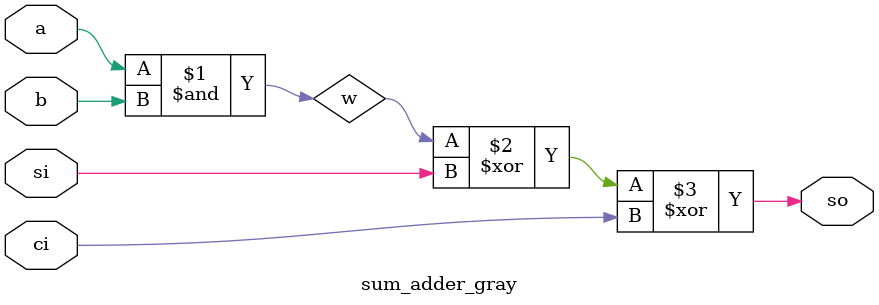
<source format=v>
`timescale 1ns / 1ps


module sum_adder_gray(
    input a,
    input b,
    input si,
    input ci,
    output so
    );

    wire w;
    and a1 (w, a, b);
    assign so = w ^ si ^ ci;

endmodule

</source>
